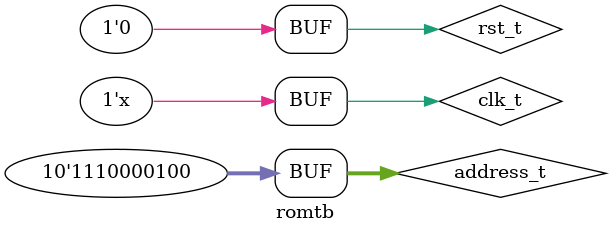
<source format=v>
module romtb;
    reg clk_t, rst_t;
    reg [9:0] address_t;
    wire [7:0] dataout_t;

    rom dut(.clk(clk_t), .rst(rst_t), .address(address_t), .dataout(dataout_t));

    initial begin
        clk_t = 1'b0;
        rst_t = 1'b1;
        #100 rst_t = 1'b0;
        address_t = 10'd700;
        #100 address_t = 10'd800;
        #100 address_t = 10'd900;
    end

    always #10 clk_t = ~clk_t;

endmodule

</source>
